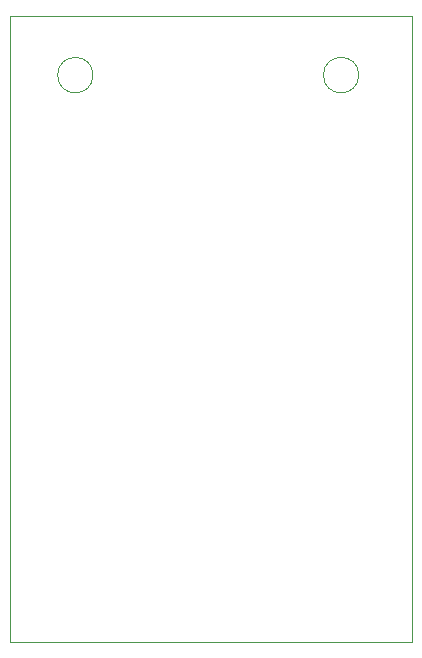
<source format=gbr>
%TF.GenerationSoftware,KiCad,Pcbnew,6.0.0-unknown-30ec895~86~ubuntu16.04.1*%
%TF.CreationDate,2021-05-25T09:51:37+03:00*%
%TF.ProjectId,npn-to-pnp,6e706e2d-746f-42d7-906e-702e6b696361,rev?*%
%TF.SameCoordinates,Original*%
%TF.FileFunction,Profile,NP*%
%FSLAX46Y46*%
G04 Gerber Fmt 4.6, Leading zero omitted, Abs format (unit mm)*
G04 Created by KiCad (PCBNEW 6.0.0-unknown-30ec895~86~ubuntu16.04.1) date 2021-05-25 09:51:37*
%MOMM*%
%LPD*%
G04 APERTURE LIST*
%ADD10C,0.050000*%
G04 APERTURE END LIST*
D10*
X91000000Y-46000000D02*
G75*
G03X91000000Y-46000000I-1500000J0D01*
G01*
X113500000Y-46000000D02*
G75*
G03X113500000Y-46000000I-1500000J0D01*
G01*
X84000000Y-41000000D02*
X84000000Y-94000000D01*
X118000000Y-41000000D02*
X84000000Y-41000000D01*
X118000000Y-94000000D02*
X118000000Y-41000000D01*
X84000000Y-94000000D02*
X118000000Y-94000000D01*
M02*

</source>
